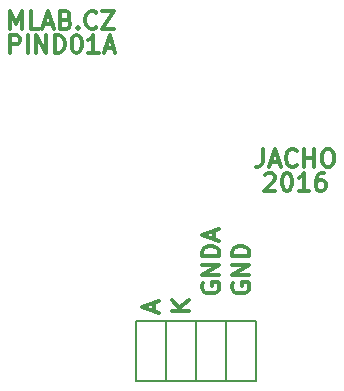
<source format=gbr>
G04 #@! TF.FileFunction,Legend,Top*
%FSLAX46Y46*%
G04 Gerber Fmt 4.6, Leading zero omitted, Abs format (unit mm)*
G04 Created by KiCad (PCBNEW 4.0.1-stable) date 8. 8. 2016 15:41:02*
%MOMM*%
G01*
G04 APERTURE LIST*
%ADD10C,0.500000*%
%ADD11C,0.300000*%
%ADD12C,0.150000*%
G04 APERTURE END LIST*
D10*
D11*
X28206000Y10286857D02*
X28134571Y10144000D01*
X28134571Y9929714D01*
X28206000Y9715429D01*
X28348857Y9572571D01*
X28491714Y9501143D01*
X28777429Y9429714D01*
X28991714Y9429714D01*
X29277429Y9501143D01*
X29420286Y9572571D01*
X29563143Y9715429D01*
X29634571Y9929714D01*
X29634571Y10072571D01*
X29563143Y10286857D01*
X29491714Y10358286D01*
X28991714Y10358286D01*
X28991714Y10072571D01*
X29634571Y11001143D02*
X28134571Y11001143D01*
X29634571Y11858286D01*
X28134571Y11858286D01*
X29634571Y12572572D02*
X28134571Y12572572D01*
X28134571Y12929715D01*
X28206000Y13144000D01*
X28348857Y13286858D01*
X28491714Y13358286D01*
X28777429Y13429715D01*
X28991714Y13429715D01*
X29277429Y13358286D01*
X29420286Y13286858D01*
X29563143Y13144000D01*
X29634571Y12929715D01*
X29634571Y12572572D01*
X25666000Y10286857D02*
X25594571Y10144000D01*
X25594571Y9929714D01*
X25666000Y9715429D01*
X25808857Y9572571D01*
X25951714Y9501143D01*
X26237429Y9429714D01*
X26451714Y9429714D01*
X26737429Y9501143D01*
X26880286Y9572571D01*
X27023143Y9715429D01*
X27094571Y9929714D01*
X27094571Y10072571D01*
X27023143Y10286857D01*
X26951714Y10358286D01*
X26451714Y10358286D01*
X26451714Y10072571D01*
X27094571Y11001143D02*
X25594571Y11001143D01*
X27094571Y11858286D01*
X25594571Y11858286D01*
X27094571Y12572572D02*
X25594571Y12572572D01*
X25594571Y12929715D01*
X25666000Y13144000D01*
X25808857Y13286858D01*
X25951714Y13358286D01*
X26237429Y13429715D01*
X26451714Y13429715D01*
X26737429Y13358286D01*
X26880286Y13286858D01*
X27023143Y13144000D01*
X27094571Y12929715D01*
X27094571Y12572572D01*
X26666000Y14001143D02*
X26666000Y14715429D01*
X27094571Y13858286D02*
X25594571Y14358286D01*
X27094571Y14858286D01*
X24554571Y7977143D02*
X23054571Y7977143D01*
X24554571Y8834286D02*
X23697429Y8191429D01*
X23054571Y8834286D02*
X23911714Y7977143D01*
X21586000Y7905714D02*
X21586000Y8620000D01*
X22014571Y7762857D02*
X20514571Y8262857D01*
X22014571Y8762857D01*
X30956572Y19474571D02*
X31028001Y19546000D01*
X31170858Y19617429D01*
X31528001Y19617429D01*
X31670858Y19546000D01*
X31742287Y19474571D01*
X31813715Y19331714D01*
X31813715Y19188857D01*
X31742287Y18974571D01*
X30885144Y18117429D01*
X31813715Y18117429D01*
X32742286Y19617429D02*
X32885143Y19617429D01*
X33028000Y19546000D01*
X33099429Y19474571D01*
X33170858Y19331714D01*
X33242286Y19046000D01*
X33242286Y18688857D01*
X33170858Y18403143D01*
X33099429Y18260286D01*
X33028000Y18188857D01*
X32885143Y18117429D01*
X32742286Y18117429D01*
X32599429Y18188857D01*
X32528000Y18260286D01*
X32456572Y18403143D01*
X32385143Y18688857D01*
X32385143Y19046000D01*
X32456572Y19331714D01*
X32528000Y19474571D01*
X32599429Y19546000D01*
X32742286Y19617429D01*
X34670857Y18117429D02*
X33813714Y18117429D01*
X34242286Y18117429D02*
X34242286Y19617429D01*
X34099429Y19403143D01*
X33956571Y19260286D01*
X33813714Y19188857D01*
X35956571Y19617429D02*
X35670857Y19617429D01*
X35528000Y19546000D01*
X35456571Y19474571D01*
X35313714Y19260286D01*
X35242285Y18974571D01*
X35242285Y18403143D01*
X35313714Y18260286D01*
X35385142Y18188857D01*
X35528000Y18117429D01*
X35813714Y18117429D01*
X35956571Y18188857D01*
X36028000Y18260286D01*
X36099428Y18403143D01*
X36099428Y18760286D01*
X36028000Y18903143D01*
X35956571Y18974571D01*
X35813714Y19046000D01*
X35528000Y19046000D01*
X35385142Y18974571D01*
X35313714Y18903143D01*
X35242285Y18760286D01*
X30778000Y21649429D02*
X30778000Y20578000D01*
X30706572Y20363714D01*
X30563715Y20220857D01*
X30349429Y20149429D01*
X30206572Y20149429D01*
X31420857Y20578000D02*
X32135143Y20578000D01*
X31278000Y20149429D02*
X31778000Y21649429D01*
X32278000Y20149429D01*
X33635143Y20292286D02*
X33563714Y20220857D01*
X33349428Y20149429D01*
X33206571Y20149429D01*
X32992286Y20220857D01*
X32849428Y20363714D01*
X32778000Y20506571D01*
X32706571Y20792286D01*
X32706571Y21006571D01*
X32778000Y21292286D01*
X32849428Y21435143D01*
X32992286Y21578000D01*
X33206571Y21649429D01*
X33349428Y21649429D01*
X33563714Y21578000D01*
X33635143Y21506571D01*
X34278000Y20149429D02*
X34278000Y21649429D01*
X34278000Y20935143D02*
X35135143Y20935143D01*
X35135143Y20149429D02*
X35135143Y21649429D01*
X36135143Y21649429D02*
X36420857Y21649429D01*
X36563715Y21578000D01*
X36706572Y21435143D01*
X36778000Y21149429D01*
X36778000Y20649429D01*
X36706572Y20363714D01*
X36563715Y20220857D01*
X36420857Y20149429D01*
X36135143Y20149429D01*
X35992286Y20220857D01*
X35849429Y20363714D01*
X35778000Y20649429D01*
X35778000Y21149429D01*
X35849429Y21435143D01*
X35992286Y21578000D01*
X36135143Y21649429D01*
X9358858Y29801429D02*
X9358858Y31301429D01*
X9930286Y31301429D01*
X10073144Y31230000D01*
X10144572Y31158571D01*
X10216001Y31015714D01*
X10216001Y30801429D01*
X10144572Y30658571D01*
X10073144Y30587143D01*
X9930286Y30515714D01*
X9358858Y30515714D01*
X10858858Y29801429D02*
X10858858Y31301429D01*
X11573144Y29801429D02*
X11573144Y31301429D01*
X12430287Y29801429D01*
X12430287Y31301429D01*
X13144573Y29801429D02*
X13144573Y31301429D01*
X13501716Y31301429D01*
X13716001Y31230000D01*
X13858859Y31087143D01*
X13930287Y30944286D01*
X14001716Y30658571D01*
X14001716Y30444286D01*
X13930287Y30158571D01*
X13858859Y30015714D01*
X13716001Y29872857D01*
X13501716Y29801429D01*
X13144573Y29801429D01*
X14930287Y31301429D02*
X15073144Y31301429D01*
X15216001Y31230000D01*
X15287430Y31158571D01*
X15358859Y31015714D01*
X15430287Y30730000D01*
X15430287Y30372857D01*
X15358859Y30087143D01*
X15287430Y29944286D01*
X15216001Y29872857D01*
X15073144Y29801429D01*
X14930287Y29801429D01*
X14787430Y29872857D01*
X14716001Y29944286D01*
X14644573Y30087143D01*
X14573144Y30372857D01*
X14573144Y30730000D01*
X14644573Y31015714D01*
X14716001Y31158571D01*
X14787430Y31230000D01*
X14930287Y31301429D01*
X16858858Y29801429D02*
X16001715Y29801429D01*
X16430287Y29801429D02*
X16430287Y31301429D01*
X16287430Y31087143D01*
X16144572Y30944286D01*
X16001715Y30872857D01*
X17430286Y30230000D02*
X18144572Y30230000D01*
X17287429Y29801429D02*
X17787429Y31301429D01*
X18287429Y29801429D01*
X9394572Y31833429D02*
X9394572Y33333429D01*
X9894572Y32262000D01*
X10394572Y33333429D01*
X10394572Y31833429D01*
X11823144Y31833429D02*
X11108858Y31833429D01*
X11108858Y33333429D01*
X12251715Y32262000D02*
X12966001Y32262000D01*
X12108858Y31833429D02*
X12608858Y33333429D01*
X13108858Y31833429D01*
X14108858Y32619143D02*
X14323144Y32547714D01*
X14394572Y32476286D01*
X14466001Y32333429D01*
X14466001Y32119143D01*
X14394572Y31976286D01*
X14323144Y31904857D01*
X14180286Y31833429D01*
X13608858Y31833429D01*
X13608858Y33333429D01*
X14108858Y33333429D01*
X14251715Y33262000D01*
X14323144Y33190571D01*
X14394572Y33047714D01*
X14394572Y32904857D01*
X14323144Y32762000D01*
X14251715Y32690571D01*
X14108858Y32619143D01*
X13608858Y32619143D01*
X15108858Y31976286D02*
X15180286Y31904857D01*
X15108858Y31833429D01*
X15037429Y31904857D01*
X15108858Y31976286D01*
X15108858Y31833429D01*
X16680287Y31976286D02*
X16608858Y31904857D01*
X16394572Y31833429D01*
X16251715Y31833429D01*
X16037430Y31904857D01*
X15894572Y32047714D01*
X15823144Y32190571D01*
X15751715Y32476286D01*
X15751715Y32690571D01*
X15823144Y32976286D01*
X15894572Y33119143D01*
X16037430Y33262000D01*
X16251715Y33333429D01*
X16394572Y33333429D01*
X16608858Y33262000D01*
X16680287Y33190571D01*
X17180287Y33333429D02*
X18180287Y33333429D01*
X17180287Y31833429D01*
X18180287Y31833429D01*
D12*
X20066000Y2032000D02*
X20066000Y7112000D01*
X20066000Y7112000D02*
X22606000Y7112000D01*
X22606000Y7112000D02*
X22606000Y2032000D01*
X22606000Y2032000D02*
X20066000Y2032000D01*
X22606000Y2032000D02*
X22606000Y7112000D01*
X22606000Y7112000D02*
X25146000Y7112000D01*
X25146000Y7112000D02*
X25146000Y2032000D01*
X25146000Y2032000D02*
X22606000Y2032000D01*
X25146000Y2032000D02*
X25146000Y7112000D01*
X25146000Y7112000D02*
X27686000Y7112000D01*
X27686000Y7112000D02*
X27686000Y2032000D01*
X27686000Y2032000D02*
X25146000Y2032000D01*
X27686000Y2032000D02*
X27686000Y7112000D01*
X27686000Y7112000D02*
X30226000Y7112000D01*
X30226000Y7112000D02*
X30226000Y2032000D01*
X30226000Y2032000D02*
X27686000Y2032000D01*
M02*

</source>
